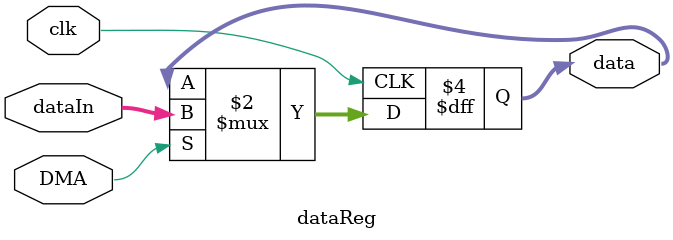
<source format=v>

`include "ANTIC_dataTranslate.v"

`define FSMinit     2'b00
`define FSMload1    2'b01
`define FSMload2    2'b10
`define FSMidle     2'b11
`define DMA_off     1'b0
`define DMA_on      1'b1

module ANTIC(Fphi0, LP_L, RW, rst, vblank, hblank, DMACTL, CHACTL, HSCROL, VSCROL, PMBASE, CHBASE, 
             WSYNC, NMIEN, DB, NMIRES_NMIST_bus, DLISTL_bus, DLISTH_bus, address, AN, 
             halt_L, NMI_L, RDY_L, REF_L, RNMI_L, phi0, IR_out, loadIR, VCOUNT, PENH, PENV, 
             ANTIC_writeEn, charMode, numLines, width, height,
             printDLIST, currState, data, MSR, loadMSR_both, loadDLIST_both,
             IR_rdy, mode, numBytes, MSRdata, DLISTL, blankCount, addressIn, loadMSRdata, 
             charData, newDLISTptr, loadDLIST, DLISTend, idle, loadMSRstate);

      input Fphi0;
      input LP_L;
      input RW;
      input rst;
      input vblank;
      input hblank;
      
      input [7:0] DMACTL;
      input [7:0] CHACTL;
      input [7:0] HSCROL;
      input [7:0] VSCROL;
      input [7:0] PMBASE;
      input [7:0] CHBASE;
      input [7:0] WSYNC;
      input [7:0] NMIEN;
      
      inout [7:0] DB;
      inout [7:0] NMIRES_NMIST_bus;
      inout [7:0] DLISTL_bus;
      inout [7:0] DLISTH_bus;
      
      output [15:0] address;
      output [3:0] AN;
      output halt_L;
      output NMI_L;
      output RDY_L;
      output REF_L;
      output RNMI_L;
      output phi0;
      output [7:0] IR_out;
      output loadIR;
      
      output reg [7:0] VCOUNT = 8'd0;
      output reg [7:0] PENH = 8'd0;
      output reg [7:0] PENV = 8'd0;
      output reg [2:0] ANTIC_writeEn = 3'd0;
      output [1:0] charMode;
      output [1:0] numLines;
      output [8:0] width;
      output [7:0] height;
      
      // Extras (remove later on)
      output [15:0] printDLIST;
      output [1:0] currState;
      output [7:0] data;
      output [15:0] MSR;
      output [1:0] loadDLIST_both;
      output [1:0] loadMSR_both;
      output IR_rdy;
      output [3:0] mode;
      output [6:0] numBytes;
      output [7:0] MSRdata;
      output [7:0] DLISTL;
      output [14:0] blankCount;
      output [15:0] addressIn;
      output loadMSRdata;
      output [63:0] charData;
      output [15:0] newDLISTptr;
      output loadDLIST;
      output DLISTend;
            
      //temp
      output idle;
      output [1:0] loadMSRstate;
      //endtemp
      
      
      // * TODO: Add initialization vectors
      reg DMA = `DMA_off;
      reg loadAddr = 1'b0;
      reg IR_rdy = 1'b0;
      reg [7:0] IR;
      reg [1:0] currState = `FSMinit;
      reg [1:0] nextState;
      reg [15:0] addressIn;
      reg [15:0] MSR;
      reg [7:0] MSRdata;
      reg MSRdata_rdy = 1'b0;
      reg charLoaded = 1'b0;
      reg [63:0] charData;
      reg [7:0] charByte = 8'd0;
      reg [7:0] DLISTL;
      reg incrDLIST = 1'b0;
      reg loadMSRdata_hold = 1'b0;
      reg [15:0] newDLISTptr= 16'd0;
      
      wire [7:0] data;
      wire loadIR;
      wire loadDLISTL;
      wire loadDLISTH;
      wire loadPtr;
      wire loadMSRL;
      wire loadMSRH;
      wire incrMSR;
      wire loadMSRdata;
      wire [1:0] colorSel;
      wire loadChar;
      wire loadDLIST;
      wire ANTIC_writeDLIST;
      wire [7:0] data_reverse;
      wire [7:0] MSRdata_reverse;
      wire DLIST_DMA_en = DMACTL[5];
      wire ANTIC_writeDLI;
      wire ANTIC_clearDLI;
      wire ANTIC_writeNMI;
      wire charSingleColor;
      
      // * Temp:
      assign printDLIST = {DLISTH_bus, DLISTL_bus};
      assign halt_L = ~DMA;
      assign IR_out = IR;
      assign loadDLIST_both = {loadDLISTH, loadDLISTL};
      assign loadMSR_both = {loadMSRH, loadMSRL};
      // End Temp *
      
      assign colorSel = MSRdata[7:6];

      // Module instantiations
      AddressBusReg addr(.load(loadAddr), .incr(incrDLIST), .addressIn(addressIn), .addressOut(address));
      dataReg dreg(.clk(Fphi0), .DMA(DMA), .dataIn(DB), .data(data));
      dataTranslate dt(.IR(IR), .IR_rdy(IR_rdy), .Fphi0(Fphi0), .rst(rst), .vblank(vblank), .DMACTL(DMACTL), .MSRdata_rdy(MSRdata_rdy), 
                       .charData(charData), .colorSel(colorSel), .charLoaded(charLoaded), .MSRdata_reverse(MSRdata_reverse),
                       .AN(AN), .loadIR(loadIR),
                       .loadDLISTL(loadDLISTL), .loadDLISTH(loadDLISTH),
                       .loadPtr(loadPtr), .loadMSRL(loadMSRL), .loadMSRH(loadMSRH), .incrMSR(incrMSR), .loadMSRdata(loadMSRdata),
                       .mode(mode), .numBytes(numBytes), .charMode(charMode), .loadChar(loadChar),
                       .blankCount(blankCount), .loadDLIST(loadDLIST), .ANTIC_writeDLIST(ANTIC_writeDLIST), .numLines(numLines),
                       .width(width), .height(height), .ANTIC_writeDLI(ANTIC_writeDLI), .ANTIC_clearDLI(ANTIC_clearDLI),
                       .ANTIC_writeNMI(ANTIC_writeNMI),
                       .idle(idle), .loadMSRstate(loadMSRstate), .DLISTend(DLISTend), .charSingleColor(charSingleColor));
      
      // Update DLISTPTR (JUMP instruction)
      assign DLISTL_bus = loadDLIST ? newDLISTptr[7:0] : (incrDLIST ? DLISTL : 8'hzz);
      assign DLISTH_bus = loadDLIST ? newDLISTptr[15:8] : 8'hzz;
      
      assign NMIRES_NMIST_bus = ANTIC_writeDLI ? 8'h80 : (ANTIC_clearDLI ? 8'h00 : 8'hzz);
      
      // Reverse character bits
      assign data_reverse = {data[0], data[1], data[2], data[3], data[4], data[5], data[6], data[7]};
      assign MSRdata_reverse = {MSRdata[0], MSRdata[1], MSRdata[2], MSRdata[3],
                                MSRdata[4], MSRdata[5], MSRdata[6], MSRdata[7]};
    
      // FSM to initialize
      always @ (posedge Fphi0 or posedge rst) begin
        
        // * TODO: Add all reset vectors (based on initialization vectors
        if (rst) begin
          VCOUNT <= 8'd0;
          PENH <= 8'd0;
          PENV <= 8'd0;
          ANTIC_writeEn <= 3'd0;
          DMA <= `DMA_off;
          loadAddr <= 1'b0;
          IR_rdy <= 1'b0;
          MSRdata_rdy <= 1'b0;
          charLoaded <= 1'b0;
          charByte <= 8'd0;
          incrDLIST <= 1'b0;
          loadMSRdata_hold <= 1'b0;
          newDLISTptr <= 16'd0;
          IR <= 8'd0;
        end
           
        else begin
        
          // * TODO: Add vertical blank occurrence signal to dataTranslate module
          
          if (ANTIC_writeDLIST)
            ANTIC_writeEn <= 3'd2;
          else if (ANTIC_writeNMI)
            ANTIC_writeEn <= 3'd6;
          else
            ANTIC_writeEn <= 3'd0;
          
          //if (DLIST_DMA_en) begin
          
            // Memory Scan Register changes
            if (loadMSRL)
              MSR[7:0] <= IR;
            else if (loadMSRH)
              MSR[15:8] <= IR;
              
            if (incrMSR)
              MSR <= MSR + 16'd1;
            
            if (loadDLISTL)
              newDLISTptr[7:0] <= IR;
            else if (loadDLISTH)
              newDLISTptr[15:8] <= IR;
          
            case (currState)
                `FSMinit:
                  begin
                    nextState <= `FSMload1;
                    addressIn <= {DLISTH_bus, DLISTL_bus};
                    DLISTL <=  DLISTL_bus;
                    loadAddr <= 1'b1;
                    DMA <= `DMA_on;
                  end
                  
                `FSMload1:
                  begin
                    nextState <= `FSMload2;
                    DMA <= `DMA_off;
                    IR_rdy <= 1'b0;
                    loadAddr <= 1'b0;
                    incrDLIST <= 1'b0;
                  end
                
                `FSMload2:
                  begin
                  
                    /* Next State Logic */
                  
                    // Continue loading instructions
                    if (loadIR) begin
                      nextState <= `FSMload1;  
                      DMA <= `DMA_on;
                    end
                    // Pause loading instruction
                    else
                      nextState <= `FSMidle;
                  
                    /* Output Logic */

                    if (loadMSRdata_hold) begin
                      MSRdata <= data;
                      MSRdata_rdy <= 1'b1;
                      loadMSRdata_hold <= 1'b0;
                    end
                    
                    else if (loadChar) begin
                      case (charByte)
                        8'd0: charData[7:0] <= data_reverse;
                        8'd1: charData[15:8] <= data_reverse;
                        8'd2: charData[23:16] <= data_reverse;
                        8'd3: charData[31:24] <= data_reverse;
                        8'd4: charData[39:32] <= data_reverse;
                        8'd5: charData[47:40] <= data_reverse;
                        8'd6: charData[55:48] <= data_reverse;
                        8'd7: charData[63:56] <= data_reverse;
                      endcase
                      charByte <= charByte + 8'd1;
                      if (charByte == 8'd7)
                        charLoaded <= 1'b1;
                    end
                    
                    else begin
                      if (~loadPtr) begin
                        incrDLIST <= 1'b1;
                        DLISTL <= DLISTL + 8'd1;
                        ANTIC_writeEn <= 3'd1;
                      end
                      IR <= data;
                      IR_rdy <= 1'b1;
                    end
                  end
                  
                `FSMidle:
                  begin
                    // Clear previously set control signals
                    IR_rdy <= 1'b0;
                    MSRdata_rdy <= 1'b0;
                    incrDLIST <= 1'b0;
                    
                    // Load next display list instruction
                    if (loadIR) begin
                      nextState <= `FSMload1;
                      DMA <= `DMA_on;
                      addressIn <= {DLISTH_bus, DLISTL_bus};
                      DLISTL <= DLISTL_bus;
                      loadAddr <= 1'b1;
                    end
                    
                    // Load Memory Scan Register data
                    else if (loadMSRdata) begin
                      nextState <= `FSMload1;
                      DMA <= `DMA_on;
                      addressIn <= MSR;
                      loadAddr <= 1'b1;
                      loadMSRdata_hold <= 1'b1;
                    end
                    
                    // Load characters from character set
                    else if (loadChar) begin
                      if (charByte < 8'd8) begin
                        nextState <= `FSMload1;
                        DMA <= `DMA_on;
                        charLoaded <= 1'b0;
                        if (charSingleColor)
                          addressIn <= {CHBASE, 8'h00} + (MSRdata[5:0]*8) + charByte;
                        else
                          addressIn <= {CHBASE, 8'h00} + (MSRdata*8) + charByte;
                        loadAddr <= 1'b1;
                      end
                      else begin
                        nextState <= `FSMidle;
                        charByte <= 8'd0;
                      end
                    end
                    
                    // Continue to idle state
                    else begin
                      charLoaded <= 1'b0;
                      nextState <= `FSMidle;
                    end
                  end
            endcase
          //end
        end
      end
      
      always @ (negedge Fphi0 or posedge rst) begin
        if (rst)
          currState <= `FSMinit;
        else //begin
          //if (DLIST_DMA_en)
            currState <= nextState;
        //end
      end
      
endmodule


module AddressBusReg(load, incr, addressIn, addressOut);

	input load;
  input incr;
  input [15:0] addressIn;
	output reg [15:0] addressOut;
	
  always @ (load or incr) begin
		if (load)
      addressOut <= addressIn;
    else
      addressOut <= addressOut + 16'd1;
	end
	
endmodule


module dataReg(clk, DMA, dataIn, data);

	input clk;
  input DMA;
	input [7:0] dataIn;
	output reg [7:0] data;
  
	always @(posedge clk) begin
    if (DMA)
      data <= dataIn;
	end

endmodule

</source>
